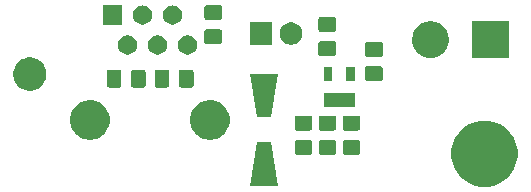
<source format=gbr>
G04 #@! TF.GenerationSoftware,KiCad,Pcbnew,(5.1.0)-1*
G04 #@! TF.CreationDate,2019-09-10T00:52:53+02:00*
G04 #@! TF.ProjectId,big_button_v1,6269675f-6275-4747-946f-6e5f76312e6b,rev?*
G04 #@! TF.SameCoordinates,Original*
G04 #@! TF.FileFunction,Soldermask,Bot*
G04 #@! TF.FilePolarity,Negative*
%FSLAX46Y46*%
G04 Gerber Fmt 4.6, Leading zero omitted, Abs format (unit mm)*
G04 Created by KiCad (PCBNEW (5.1.0)-1) date 2019-09-10 00:52:53*
%MOMM*%
%LPD*%
G04 APERTURE LIST*
%ADD10C,0.100000*%
G04 APERTURE END LIST*
D10*
G36*
X152567021Y-92056640D02*
G01*
X153076769Y-92267785D01*
X153076771Y-92267786D01*
X153535534Y-92574321D01*
X153925679Y-92964466D01*
X154232214Y-93423229D01*
X154232215Y-93423231D01*
X154443360Y-93932979D01*
X154551000Y-94474124D01*
X154551000Y-95025876D01*
X154443360Y-95567021D01*
X154232215Y-96076769D01*
X154232214Y-96076771D01*
X153925679Y-96535534D01*
X153535534Y-96925679D01*
X153076771Y-97232214D01*
X153076770Y-97232215D01*
X153076769Y-97232215D01*
X152567021Y-97443360D01*
X152025876Y-97551000D01*
X151474124Y-97551000D01*
X150932979Y-97443360D01*
X150423231Y-97232215D01*
X150423230Y-97232215D01*
X150423229Y-97232214D01*
X149964466Y-96925679D01*
X149574321Y-96535534D01*
X149267786Y-96076771D01*
X149267785Y-96076769D01*
X149056640Y-95567021D01*
X148949000Y-95025876D01*
X148949000Y-94474124D01*
X149056640Y-93932979D01*
X149267785Y-93423231D01*
X149267786Y-93423229D01*
X149574321Y-92964466D01*
X149964466Y-92574321D01*
X150423229Y-92267786D01*
X150423231Y-92267785D01*
X150932979Y-92056640D01*
X151474124Y-91949000D01*
X152025876Y-91949000D01*
X152567021Y-92056640D01*
X152567021Y-92056640D01*
G37*
G36*
X134306204Y-97461000D02*
G01*
X131885796Y-97461000D01*
X132502796Y-93759000D01*
X133689204Y-93759000D01*
X134306204Y-97461000D01*
X134306204Y-97461000D01*
G37*
G36*
X141068674Y-93586465D02*
G01*
X141106367Y-93597899D01*
X141141103Y-93616466D01*
X141171548Y-93641452D01*
X141196534Y-93671897D01*
X141215101Y-93706633D01*
X141226535Y-93744326D01*
X141231000Y-93789661D01*
X141231000Y-94626339D01*
X141226535Y-94671674D01*
X141215101Y-94709367D01*
X141196534Y-94744103D01*
X141171548Y-94774548D01*
X141141103Y-94799534D01*
X141106367Y-94818101D01*
X141068674Y-94829535D01*
X141023339Y-94834000D01*
X139936661Y-94834000D01*
X139891326Y-94829535D01*
X139853633Y-94818101D01*
X139818897Y-94799534D01*
X139788452Y-94774548D01*
X139763466Y-94744103D01*
X139744899Y-94709367D01*
X139733465Y-94671674D01*
X139729000Y-94626339D01*
X139729000Y-93789661D01*
X139733465Y-93744326D01*
X139744899Y-93706633D01*
X139763466Y-93671897D01*
X139788452Y-93641452D01*
X139818897Y-93616466D01*
X139853633Y-93597899D01*
X139891326Y-93586465D01*
X139936661Y-93582000D01*
X141023339Y-93582000D01*
X141068674Y-93586465D01*
X141068674Y-93586465D01*
G37*
G36*
X139036674Y-93586465D02*
G01*
X139074367Y-93597899D01*
X139109103Y-93616466D01*
X139139548Y-93641452D01*
X139164534Y-93671897D01*
X139183101Y-93706633D01*
X139194535Y-93744326D01*
X139199000Y-93789661D01*
X139199000Y-94626339D01*
X139194535Y-94671674D01*
X139183101Y-94709367D01*
X139164534Y-94744103D01*
X139139548Y-94774548D01*
X139109103Y-94799534D01*
X139074367Y-94818101D01*
X139036674Y-94829535D01*
X138991339Y-94834000D01*
X137904661Y-94834000D01*
X137859326Y-94829535D01*
X137821633Y-94818101D01*
X137786897Y-94799534D01*
X137756452Y-94774548D01*
X137731466Y-94744103D01*
X137712899Y-94709367D01*
X137701465Y-94671674D01*
X137697000Y-94626339D01*
X137697000Y-93789661D01*
X137701465Y-93744326D01*
X137712899Y-93706633D01*
X137731466Y-93671897D01*
X137756452Y-93641452D01*
X137786897Y-93616466D01*
X137821633Y-93597899D01*
X137859326Y-93586465D01*
X137904661Y-93582000D01*
X138991339Y-93582000D01*
X139036674Y-93586465D01*
X139036674Y-93586465D01*
G37*
G36*
X137004674Y-93586465D02*
G01*
X137042367Y-93597899D01*
X137077103Y-93616466D01*
X137107548Y-93641452D01*
X137132534Y-93671897D01*
X137151101Y-93706633D01*
X137162535Y-93744326D01*
X137167000Y-93789661D01*
X137167000Y-94626339D01*
X137162535Y-94671674D01*
X137151101Y-94709367D01*
X137132534Y-94744103D01*
X137107548Y-94774548D01*
X137077103Y-94799534D01*
X137042367Y-94818101D01*
X137004674Y-94829535D01*
X136959339Y-94834000D01*
X135872661Y-94834000D01*
X135827326Y-94829535D01*
X135789633Y-94818101D01*
X135754897Y-94799534D01*
X135724452Y-94774548D01*
X135699466Y-94744103D01*
X135680899Y-94709367D01*
X135669465Y-94671674D01*
X135665000Y-94626339D01*
X135665000Y-93789661D01*
X135669465Y-93744326D01*
X135680899Y-93706633D01*
X135699466Y-93671897D01*
X135724452Y-93641452D01*
X135754897Y-93616466D01*
X135789633Y-93597899D01*
X135827326Y-93586465D01*
X135872661Y-93582000D01*
X136959339Y-93582000D01*
X137004674Y-93586465D01*
X137004674Y-93586465D01*
G37*
G36*
X118828871Y-90278408D02*
G01*
X119133883Y-90404748D01*
X119408387Y-90588166D01*
X119641834Y-90821613D01*
X119825252Y-91096117D01*
X119951592Y-91401129D01*
X120016000Y-91724928D01*
X120016000Y-92055072D01*
X119951592Y-92378871D01*
X119825252Y-92683883D01*
X119641834Y-92958387D01*
X119408387Y-93191834D01*
X119133883Y-93375252D01*
X118828871Y-93501592D01*
X118666971Y-93533796D01*
X118505073Y-93566000D01*
X118174927Y-93566000D01*
X118013029Y-93533796D01*
X117851129Y-93501592D01*
X117546117Y-93375252D01*
X117271613Y-93191834D01*
X117038166Y-92958387D01*
X116854748Y-92683883D01*
X116728408Y-92378871D01*
X116664000Y-92055072D01*
X116664000Y-91724928D01*
X116728408Y-91401129D01*
X116854748Y-91096117D01*
X117038166Y-90821613D01*
X117271613Y-90588166D01*
X117546117Y-90404748D01*
X117851129Y-90278408D01*
X118013029Y-90246204D01*
X118174927Y-90214000D01*
X118505073Y-90214000D01*
X118828871Y-90278408D01*
X118828871Y-90278408D01*
G37*
G36*
X128988871Y-90278408D02*
G01*
X129293883Y-90404748D01*
X129568387Y-90588166D01*
X129801834Y-90821613D01*
X129985252Y-91096117D01*
X130111592Y-91401129D01*
X130176000Y-91724928D01*
X130176000Y-92055072D01*
X130111592Y-92378871D01*
X129985252Y-92683883D01*
X129801834Y-92958387D01*
X129568387Y-93191834D01*
X129293883Y-93375252D01*
X128988871Y-93501592D01*
X128826971Y-93533796D01*
X128665073Y-93566000D01*
X128334927Y-93566000D01*
X128173029Y-93533796D01*
X128011129Y-93501592D01*
X127706117Y-93375252D01*
X127431613Y-93191834D01*
X127198166Y-92958387D01*
X127014748Y-92683883D01*
X126888408Y-92378871D01*
X126824000Y-92055072D01*
X126824000Y-91724928D01*
X126888408Y-91401129D01*
X127014748Y-91096117D01*
X127198166Y-90821613D01*
X127431613Y-90588166D01*
X127706117Y-90404748D01*
X128011129Y-90278408D01*
X128173029Y-90246204D01*
X128334927Y-90214000D01*
X128665073Y-90214000D01*
X128988871Y-90278408D01*
X128988871Y-90278408D01*
G37*
G36*
X137004674Y-91536465D02*
G01*
X137042367Y-91547899D01*
X137077103Y-91566466D01*
X137107548Y-91591452D01*
X137132534Y-91621897D01*
X137151101Y-91656633D01*
X137162535Y-91694326D01*
X137167000Y-91739661D01*
X137167000Y-92576339D01*
X137162535Y-92621674D01*
X137151101Y-92659367D01*
X137132534Y-92694103D01*
X137107548Y-92724548D01*
X137077103Y-92749534D01*
X137042367Y-92768101D01*
X137004674Y-92779535D01*
X136959339Y-92784000D01*
X135872661Y-92784000D01*
X135827326Y-92779535D01*
X135789633Y-92768101D01*
X135754897Y-92749534D01*
X135724452Y-92724548D01*
X135699466Y-92694103D01*
X135680899Y-92659367D01*
X135669465Y-92621674D01*
X135665000Y-92576339D01*
X135665000Y-91739661D01*
X135669465Y-91694326D01*
X135680899Y-91656633D01*
X135699466Y-91621897D01*
X135724452Y-91591452D01*
X135754897Y-91566466D01*
X135789633Y-91547899D01*
X135827326Y-91536465D01*
X135872661Y-91532000D01*
X136959339Y-91532000D01*
X137004674Y-91536465D01*
X137004674Y-91536465D01*
G37*
G36*
X141068674Y-91536465D02*
G01*
X141106367Y-91547899D01*
X141141103Y-91566466D01*
X141171548Y-91591452D01*
X141196534Y-91621897D01*
X141215101Y-91656633D01*
X141226535Y-91694326D01*
X141231000Y-91739661D01*
X141231000Y-92576339D01*
X141226535Y-92621674D01*
X141215101Y-92659367D01*
X141196534Y-92694103D01*
X141171548Y-92724548D01*
X141141103Y-92749534D01*
X141106367Y-92768101D01*
X141068674Y-92779535D01*
X141023339Y-92784000D01*
X139936661Y-92784000D01*
X139891326Y-92779535D01*
X139853633Y-92768101D01*
X139818897Y-92749534D01*
X139788452Y-92724548D01*
X139763466Y-92694103D01*
X139744899Y-92659367D01*
X139733465Y-92621674D01*
X139729000Y-92576339D01*
X139729000Y-91739661D01*
X139733465Y-91694326D01*
X139744899Y-91656633D01*
X139763466Y-91621897D01*
X139788452Y-91591452D01*
X139818897Y-91566466D01*
X139853633Y-91547899D01*
X139891326Y-91536465D01*
X139936661Y-91532000D01*
X141023339Y-91532000D01*
X141068674Y-91536465D01*
X141068674Y-91536465D01*
G37*
G36*
X139036674Y-91536465D02*
G01*
X139074367Y-91547899D01*
X139109103Y-91566466D01*
X139139548Y-91591452D01*
X139164534Y-91621897D01*
X139183101Y-91656633D01*
X139194535Y-91694326D01*
X139199000Y-91739661D01*
X139199000Y-92576339D01*
X139194535Y-92621674D01*
X139183101Y-92659367D01*
X139164534Y-92694103D01*
X139139548Y-92724548D01*
X139109103Y-92749534D01*
X139074367Y-92768101D01*
X139036674Y-92779535D01*
X138991339Y-92784000D01*
X137904661Y-92784000D01*
X137859326Y-92779535D01*
X137821633Y-92768101D01*
X137786897Y-92749534D01*
X137756452Y-92724548D01*
X137731466Y-92694103D01*
X137712899Y-92659367D01*
X137701465Y-92621674D01*
X137697000Y-92576339D01*
X137697000Y-91739661D01*
X137701465Y-91694326D01*
X137712899Y-91656633D01*
X137731466Y-91621897D01*
X137756452Y-91591452D01*
X137786897Y-91566466D01*
X137821633Y-91547899D01*
X137859326Y-91536465D01*
X137904661Y-91532000D01*
X138991339Y-91532000D01*
X139036674Y-91536465D01*
X139036674Y-91536465D01*
G37*
G36*
X133689204Y-91661000D02*
G01*
X132502796Y-91661000D01*
X131885796Y-87959000D01*
X134306204Y-87959000D01*
X133689204Y-91661000D01*
X133689204Y-91661000D01*
G37*
G36*
X140772000Y-90791000D02*
G01*
X138120000Y-90791000D01*
X138120000Y-89629000D01*
X140772000Y-89629000D01*
X140772000Y-90791000D01*
X140772000Y-90791000D01*
G37*
G36*
X113568433Y-86634893D02*
G01*
X113658657Y-86652839D01*
X113764267Y-86696585D01*
X113913621Y-86758449D01*
X113913622Y-86758450D01*
X114143086Y-86911772D01*
X114338228Y-87106914D01*
X114440675Y-87260237D01*
X114491551Y-87336379D01*
X114543569Y-87461962D01*
X114597161Y-87591343D01*
X114610201Y-87656899D01*
X114650615Y-87860075D01*
X114651000Y-87862014D01*
X114651000Y-88137986D01*
X114604070Y-88373925D01*
X114597161Y-88408656D01*
X114491551Y-88663621D01*
X114491550Y-88663622D01*
X114338228Y-88893086D01*
X114143086Y-89088228D01*
X114061113Y-89143000D01*
X113913621Y-89241551D01*
X113764267Y-89303415D01*
X113658657Y-89347161D01*
X113568433Y-89365107D01*
X113387988Y-89401000D01*
X113112012Y-89401000D01*
X112931567Y-89365107D01*
X112841343Y-89347161D01*
X112735733Y-89303415D01*
X112586379Y-89241551D01*
X112438887Y-89143000D01*
X112356914Y-89088228D01*
X112161772Y-88893086D01*
X112008450Y-88663622D01*
X112008449Y-88663621D01*
X111902839Y-88408656D01*
X111895931Y-88373925D01*
X111849000Y-88137986D01*
X111849000Y-87862014D01*
X111849386Y-87860075D01*
X111889799Y-87656899D01*
X111902839Y-87591343D01*
X111956431Y-87461962D01*
X112008449Y-87336379D01*
X112059325Y-87260237D01*
X112161772Y-87106914D01*
X112356914Y-86911772D01*
X112586378Y-86758450D01*
X112586379Y-86758449D01*
X112735733Y-86696585D01*
X112841343Y-86652839D01*
X112931567Y-86634893D01*
X113112012Y-86599000D01*
X113387988Y-86599000D01*
X113568433Y-86634893D01*
X113568433Y-86634893D01*
G37*
G36*
X126955674Y-87645465D02*
G01*
X126993367Y-87656899D01*
X127028103Y-87675466D01*
X127058548Y-87700452D01*
X127083534Y-87730897D01*
X127102101Y-87765633D01*
X127113535Y-87803326D01*
X127118000Y-87848661D01*
X127118000Y-88935339D01*
X127113535Y-88980674D01*
X127102101Y-89018367D01*
X127083534Y-89053103D01*
X127058548Y-89083548D01*
X127028103Y-89108534D01*
X126993367Y-89127101D01*
X126955674Y-89138535D01*
X126910339Y-89143000D01*
X126073661Y-89143000D01*
X126028326Y-89138535D01*
X125990633Y-89127101D01*
X125955897Y-89108534D01*
X125925452Y-89083548D01*
X125900466Y-89053103D01*
X125881899Y-89018367D01*
X125870465Y-88980674D01*
X125866000Y-88935339D01*
X125866000Y-87848661D01*
X125870465Y-87803326D01*
X125881899Y-87765633D01*
X125900466Y-87730897D01*
X125925452Y-87700452D01*
X125955897Y-87675466D01*
X125990633Y-87656899D01*
X126028326Y-87645465D01*
X126073661Y-87641000D01*
X126910339Y-87641000D01*
X126955674Y-87645465D01*
X126955674Y-87645465D01*
G37*
G36*
X124905674Y-87645465D02*
G01*
X124943367Y-87656899D01*
X124978103Y-87675466D01*
X125008548Y-87700452D01*
X125033534Y-87730897D01*
X125052101Y-87765633D01*
X125063535Y-87803326D01*
X125068000Y-87848661D01*
X125068000Y-88935339D01*
X125063535Y-88980674D01*
X125052101Y-89018367D01*
X125033534Y-89053103D01*
X125008548Y-89083548D01*
X124978103Y-89108534D01*
X124943367Y-89127101D01*
X124905674Y-89138535D01*
X124860339Y-89143000D01*
X124023661Y-89143000D01*
X123978326Y-89138535D01*
X123940633Y-89127101D01*
X123905897Y-89108534D01*
X123875452Y-89083548D01*
X123850466Y-89053103D01*
X123831899Y-89018367D01*
X123820465Y-88980674D01*
X123816000Y-88935339D01*
X123816000Y-87848661D01*
X123820465Y-87803326D01*
X123831899Y-87765633D01*
X123850466Y-87730897D01*
X123875452Y-87700452D01*
X123905897Y-87675466D01*
X123940633Y-87656899D01*
X123978326Y-87645465D01*
X124023661Y-87641000D01*
X124860339Y-87641000D01*
X124905674Y-87645465D01*
X124905674Y-87645465D01*
G37*
G36*
X122900674Y-87645465D02*
G01*
X122938367Y-87656899D01*
X122973103Y-87675466D01*
X123003548Y-87700452D01*
X123028534Y-87730897D01*
X123047101Y-87765633D01*
X123058535Y-87803326D01*
X123063000Y-87848661D01*
X123063000Y-88935339D01*
X123058535Y-88980674D01*
X123047101Y-89018367D01*
X123028534Y-89053103D01*
X123003548Y-89083548D01*
X122973103Y-89108534D01*
X122938367Y-89127101D01*
X122900674Y-89138535D01*
X122855339Y-89143000D01*
X122018661Y-89143000D01*
X121973326Y-89138535D01*
X121935633Y-89127101D01*
X121900897Y-89108534D01*
X121870452Y-89083548D01*
X121845466Y-89053103D01*
X121826899Y-89018367D01*
X121815465Y-88980674D01*
X121811000Y-88935339D01*
X121811000Y-87848661D01*
X121815465Y-87803326D01*
X121826899Y-87765633D01*
X121845466Y-87730897D01*
X121870452Y-87700452D01*
X121900897Y-87675466D01*
X121935633Y-87656899D01*
X121973326Y-87645465D01*
X122018661Y-87641000D01*
X122855339Y-87641000D01*
X122900674Y-87645465D01*
X122900674Y-87645465D01*
G37*
G36*
X120850674Y-87645465D02*
G01*
X120888367Y-87656899D01*
X120923103Y-87675466D01*
X120953548Y-87700452D01*
X120978534Y-87730897D01*
X120997101Y-87765633D01*
X121008535Y-87803326D01*
X121013000Y-87848661D01*
X121013000Y-88935339D01*
X121008535Y-88980674D01*
X120997101Y-89018367D01*
X120978534Y-89053103D01*
X120953548Y-89083548D01*
X120923103Y-89108534D01*
X120888367Y-89127101D01*
X120850674Y-89138535D01*
X120805339Y-89143000D01*
X119968661Y-89143000D01*
X119923326Y-89138535D01*
X119885633Y-89127101D01*
X119850897Y-89108534D01*
X119820452Y-89083548D01*
X119795466Y-89053103D01*
X119776899Y-89018367D01*
X119765465Y-88980674D01*
X119761000Y-88935339D01*
X119761000Y-87848661D01*
X119765465Y-87803326D01*
X119776899Y-87765633D01*
X119795466Y-87730897D01*
X119820452Y-87700452D01*
X119850897Y-87675466D01*
X119885633Y-87656899D01*
X119923326Y-87645465D01*
X119968661Y-87641000D01*
X120805339Y-87641000D01*
X120850674Y-87645465D01*
X120850674Y-87645465D01*
G37*
G36*
X142973674Y-87345465D02*
G01*
X143011367Y-87356899D01*
X143046103Y-87375466D01*
X143076548Y-87400452D01*
X143101534Y-87430897D01*
X143120101Y-87465633D01*
X143131535Y-87503326D01*
X143136000Y-87548661D01*
X143136000Y-88385339D01*
X143131535Y-88430674D01*
X143120101Y-88468367D01*
X143101534Y-88503103D01*
X143076548Y-88533548D01*
X143046103Y-88558534D01*
X143011367Y-88577101D01*
X142973674Y-88588535D01*
X142928339Y-88593000D01*
X141841661Y-88593000D01*
X141796326Y-88588535D01*
X141758633Y-88577101D01*
X141723897Y-88558534D01*
X141693452Y-88533548D01*
X141668466Y-88503103D01*
X141649899Y-88468367D01*
X141638465Y-88430674D01*
X141634000Y-88385339D01*
X141634000Y-87548661D01*
X141638465Y-87503326D01*
X141649899Y-87465633D01*
X141668466Y-87430897D01*
X141693452Y-87400452D01*
X141723897Y-87375466D01*
X141758633Y-87356899D01*
X141796326Y-87345465D01*
X141841661Y-87341000D01*
X142928339Y-87341000D01*
X142973674Y-87345465D01*
X142973674Y-87345465D01*
G37*
G36*
X140772000Y-88591000D02*
G01*
X140020000Y-88591000D01*
X140020000Y-87429000D01*
X140772000Y-87429000D01*
X140772000Y-88591000D01*
X140772000Y-88591000D01*
G37*
G36*
X138872000Y-88591000D02*
G01*
X138120000Y-88591000D01*
X138120000Y-87429000D01*
X138872000Y-87429000D01*
X138872000Y-88591000D01*
X138872000Y-88591000D01*
G37*
G36*
X153801000Y-86641000D02*
G01*
X150699000Y-86641000D01*
X150699000Y-83539000D01*
X153801000Y-83539000D01*
X153801000Y-86641000D01*
X153801000Y-86641000D01*
G37*
G36*
X147472585Y-83568802D02*
G01*
X147622410Y-83598604D01*
X147904674Y-83715521D01*
X148158705Y-83885259D01*
X148374741Y-84101295D01*
X148544479Y-84355326D01*
X148661396Y-84637590D01*
X148685778Y-84760166D01*
X148721000Y-84937239D01*
X148721000Y-85242761D01*
X148706452Y-85315897D01*
X148661396Y-85542410D01*
X148544479Y-85824674D01*
X148374741Y-86078705D01*
X148158705Y-86294741D01*
X147904674Y-86464479D01*
X147622410Y-86581396D01*
X147472585Y-86611198D01*
X147322761Y-86641000D01*
X147017239Y-86641000D01*
X146867415Y-86611198D01*
X146717590Y-86581396D01*
X146435326Y-86464479D01*
X146181295Y-86294741D01*
X145965259Y-86078705D01*
X145795521Y-85824674D01*
X145678604Y-85542410D01*
X145633548Y-85315897D01*
X145619000Y-85242761D01*
X145619000Y-84937239D01*
X145654222Y-84760166D01*
X145678604Y-84637590D01*
X145795521Y-84355326D01*
X145965259Y-84101295D01*
X146181295Y-83885259D01*
X146435326Y-83715521D01*
X146717590Y-83598604D01*
X146867415Y-83568802D01*
X147017239Y-83539000D01*
X147322761Y-83539000D01*
X147472585Y-83568802D01*
X147472585Y-83568802D01*
G37*
G36*
X142973674Y-85295465D02*
G01*
X143011367Y-85306899D01*
X143046103Y-85325466D01*
X143076548Y-85350452D01*
X143101534Y-85380897D01*
X143120101Y-85415633D01*
X143131535Y-85453326D01*
X143136000Y-85498661D01*
X143136000Y-86335339D01*
X143131535Y-86380674D01*
X143120101Y-86418367D01*
X143101534Y-86453103D01*
X143076548Y-86483548D01*
X143046103Y-86508534D01*
X143011367Y-86527101D01*
X142973674Y-86538535D01*
X142928339Y-86543000D01*
X141841661Y-86543000D01*
X141796326Y-86538535D01*
X141758633Y-86527101D01*
X141723897Y-86508534D01*
X141693452Y-86483548D01*
X141668466Y-86453103D01*
X141649899Y-86418367D01*
X141638465Y-86380674D01*
X141634000Y-86335339D01*
X141634000Y-85498661D01*
X141638465Y-85453326D01*
X141649899Y-85415633D01*
X141668466Y-85380897D01*
X141693452Y-85350452D01*
X141723897Y-85325466D01*
X141758633Y-85306899D01*
X141796326Y-85295465D01*
X141841661Y-85291000D01*
X142928339Y-85291000D01*
X142973674Y-85295465D01*
X142973674Y-85295465D01*
G37*
G36*
X139018674Y-85230465D02*
G01*
X139056367Y-85241899D01*
X139091103Y-85260466D01*
X139121548Y-85285452D01*
X139146534Y-85315897D01*
X139165101Y-85350633D01*
X139176535Y-85388326D01*
X139181000Y-85433661D01*
X139181000Y-86270339D01*
X139176535Y-86315674D01*
X139165101Y-86353367D01*
X139146534Y-86388103D01*
X139121548Y-86418548D01*
X139091103Y-86443534D01*
X139056367Y-86462101D01*
X139018674Y-86473535D01*
X138973339Y-86478000D01*
X137886661Y-86478000D01*
X137841326Y-86473535D01*
X137803633Y-86462101D01*
X137768897Y-86443534D01*
X137738452Y-86418548D01*
X137713466Y-86388103D01*
X137694899Y-86353367D01*
X137683465Y-86315674D01*
X137679000Y-86270339D01*
X137679000Y-85433661D01*
X137683465Y-85388326D01*
X137694899Y-85350633D01*
X137713466Y-85315897D01*
X137738452Y-85285452D01*
X137768897Y-85260466D01*
X137803633Y-85241899D01*
X137841326Y-85230465D01*
X137886661Y-85226000D01*
X138973339Y-85226000D01*
X139018674Y-85230465D01*
X139018674Y-85230465D01*
G37*
G36*
X126836560Y-84760166D02*
G01*
X126984153Y-84821301D01*
X127041164Y-84859395D01*
X127116982Y-84910055D01*
X127229945Y-85023018D01*
X127318700Y-85155849D01*
X127379834Y-85303440D01*
X127405737Y-85433661D01*
X127411000Y-85460123D01*
X127411000Y-85619877D01*
X127379834Y-85776560D01*
X127318699Y-85924153D01*
X127229945Y-86056982D01*
X127116982Y-86169945D01*
X126984153Y-86258699D01*
X126984152Y-86258700D01*
X126984151Y-86258700D01*
X126836560Y-86319834D01*
X126679878Y-86351000D01*
X126520122Y-86351000D01*
X126363440Y-86319834D01*
X126215849Y-86258700D01*
X126215848Y-86258700D01*
X126215847Y-86258699D01*
X126083018Y-86169945D01*
X125970055Y-86056982D01*
X125881301Y-85924153D01*
X125820166Y-85776560D01*
X125789000Y-85619877D01*
X125789000Y-85460123D01*
X125794264Y-85433661D01*
X125820166Y-85303440D01*
X125881300Y-85155849D01*
X125970055Y-85023018D01*
X126083018Y-84910055D01*
X126158836Y-84859395D01*
X126215847Y-84821301D01*
X126363440Y-84760166D01*
X126520122Y-84729000D01*
X126679878Y-84729000D01*
X126836560Y-84760166D01*
X126836560Y-84760166D01*
G37*
G36*
X124296560Y-84760166D02*
G01*
X124444153Y-84821301D01*
X124501164Y-84859395D01*
X124576982Y-84910055D01*
X124689945Y-85023018D01*
X124778700Y-85155849D01*
X124839834Y-85303440D01*
X124865737Y-85433661D01*
X124871000Y-85460123D01*
X124871000Y-85619877D01*
X124839834Y-85776560D01*
X124778699Y-85924153D01*
X124689945Y-86056982D01*
X124576982Y-86169945D01*
X124444153Y-86258699D01*
X124444152Y-86258700D01*
X124444151Y-86258700D01*
X124296560Y-86319834D01*
X124139878Y-86351000D01*
X123980122Y-86351000D01*
X123823440Y-86319834D01*
X123675849Y-86258700D01*
X123675848Y-86258700D01*
X123675847Y-86258699D01*
X123543018Y-86169945D01*
X123430055Y-86056982D01*
X123341301Y-85924153D01*
X123280166Y-85776560D01*
X123249000Y-85619877D01*
X123249000Y-85460123D01*
X123254264Y-85433661D01*
X123280166Y-85303440D01*
X123341300Y-85155849D01*
X123430055Y-85023018D01*
X123543018Y-84910055D01*
X123618836Y-84859395D01*
X123675847Y-84821301D01*
X123823440Y-84760166D01*
X123980122Y-84729000D01*
X124139878Y-84729000D01*
X124296560Y-84760166D01*
X124296560Y-84760166D01*
G37*
G36*
X121756560Y-84760166D02*
G01*
X121904153Y-84821301D01*
X121961164Y-84859395D01*
X122036982Y-84910055D01*
X122149945Y-85023018D01*
X122238700Y-85155849D01*
X122299834Y-85303440D01*
X122325737Y-85433661D01*
X122331000Y-85460123D01*
X122331000Y-85619877D01*
X122299834Y-85776560D01*
X122238699Y-85924153D01*
X122149945Y-86056982D01*
X122036982Y-86169945D01*
X121904153Y-86258699D01*
X121904152Y-86258700D01*
X121904151Y-86258700D01*
X121756560Y-86319834D01*
X121599878Y-86351000D01*
X121440122Y-86351000D01*
X121283440Y-86319834D01*
X121135849Y-86258700D01*
X121135848Y-86258700D01*
X121135847Y-86258699D01*
X121003018Y-86169945D01*
X120890055Y-86056982D01*
X120801301Y-85924153D01*
X120740166Y-85776560D01*
X120709000Y-85619877D01*
X120709000Y-85460123D01*
X120714264Y-85433661D01*
X120740166Y-85303440D01*
X120801300Y-85155849D01*
X120890055Y-85023018D01*
X121003018Y-84910055D01*
X121078836Y-84859395D01*
X121135847Y-84821301D01*
X121283440Y-84760166D01*
X121440122Y-84729000D01*
X121599878Y-84729000D01*
X121756560Y-84760166D01*
X121756560Y-84760166D01*
G37*
G36*
X135659395Y-83667546D02*
G01*
X135832466Y-83739234D01*
X135832467Y-83739235D01*
X135988227Y-83843310D01*
X136120690Y-83975773D01*
X136120691Y-83975775D01*
X136224766Y-84131534D01*
X136296454Y-84304605D01*
X136333000Y-84488333D01*
X136333000Y-84675667D01*
X136296454Y-84859395D01*
X136224766Y-85032466D01*
X136224765Y-85032467D01*
X136120690Y-85188227D01*
X135988227Y-85320690D01*
X135981079Y-85325466D01*
X135832466Y-85424766D01*
X135659395Y-85496454D01*
X135475667Y-85533000D01*
X135288333Y-85533000D01*
X135104605Y-85496454D01*
X134931534Y-85424766D01*
X134782921Y-85325466D01*
X134775773Y-85320690D01*
X134643310Y-85188227D01*
X134539235Y-85032467D01*
X134539234Y-85032466D01*
X134467546Y-84859395D01*
X134431000Y-84675667D01*
X134431000Y-84488333D01*
X134467546Y-84304605D01*
X134539234Y-84131534D01*
X134643309Y-83975775D01*
X134643310Y-83975773D01*
X134775773Y-83843310D01*
X134931533Y-83739235D01*
X134931534Y-83739234D01*
X135104605Y-83667546D01*
X135288333Y-83631000D01*
X135475667Y-83631000D01*
X135659395Y-83667546D01*
X135659395Y-83667546D01*
G37*
G36*
X133793000Y-85533000D02*
G01*
X131891000Y-85533000D01*
X131891000Y-83631000D01*
X133793000Y-83631000D01*
X133793000Y-85533000D01*
X133793000Y-85533000D01*
G37*
G36*
X129366674Y-84223465D02*
G01*
X129404367Y-84234899D01*
X129439103Y-84253466D01*
X129469548Y-84278452D01*
X129494534Y-84308897D01*
X129513101Y-84343633D01*
X129524535Y-84381326D01*
X129529000Y-84426661D01*
X129529000Y-85263339D01*
X129524535Y-85308674D01*
X129513101Y-85346367D01*
X129494534Y-85381103D01*
X129469548Y-85411548D01*
X129439103Y-85436534D01*
X129404367Y-85455101D01*
X129366674Y-85466535D01*
X129321339Y-85471000D01*
X128234661Y-85471000D01*
X128189326Y-85466535D01*
X128151633Y-85455101D01*
X128116897Y-85436534D01*
X128086452Y-85411548D01*
X128061466Y-85381103D01*
X128042899Y-85346367D01*
X128031465Y-85308674D01*
X128027000Y-85263339D01*
X128027000Y-84426661D01*
X128031465Y-84381326D01*
X128042899Y-84343633D01*
X128061466Y-84308897D01*
X128086452Y-84278452D01*
X128116897Y-84253466D01*
X128151633Y-84234899D01*
X128189326Y-84223465D01*
X128234661Y-84219000D01*
X129321339Y-84219000D01*
X129366674Y-84223465D01*
X129366674Y-84223465D01*
G37*
G36*
X139018674Y-83180465D02*
G01*
X139056367Y-83191899D01*
X139091103Y-83210466D01*
X139121548Y-83235452D01*
X139146534Y-83265897D01*
X139165101Y-83300633D01*
X139176535Y-83338326D01*
X139181000Y-83383661D01*
X139181000Y-84220339D01*
X139176535Y-84265674D01*
X139165101Y-84303367D01*
X139146534Y-84338103D01*
X139121548Y-84368548D01*
X139091103Y-84393534D01*
X139056367Y-84412101D01*
X139018674Y-84423535D01*
X138973339Y-84428000D01*
X137886661Y-84428000D01*
X137841326Y-84423535D01*
X137803633Y-84412101D01*
X137768897Y-84393534D01*
X137738452Y-84368548D01*
X137713466Y-84338103D01*
X137694899Y-84303367D01*
X137683465Y-84265674D01*
X137679000Y-84220339D01*
X137679000Y-83383661D01*
X137683465Y-83338326D01*
X137694899Y-83300633D01*
X137713466Y-83265897D01*
X137738452Y-83235452D01*
X137768897Y-83210466D01*
X137803633Y-83191899D01*
X137841326Y-83180465D01*
X137886661Y-83176000D01*
X138973339Y-83176000D01*
X139018674Y-83180465D01*
X139018674Y-83180465D01*
G37*
G36*
X121061000Y-83811000D02*
G01*
X119439000Y-83811000D01*
X119439000Y-82189000D01*
X121061000Y-82189000D01*
X121061000Y-83811000D01*
X121061000Y-83811000D01*
G37*
G36*
X125482603Y-82203466D02*
G01*
X125566560Y-82220166D01*
X125714153Y-82281301D01*
X125727115Y-82289962D01*
X125846982Y-82370055D01*
X125959945Y-82483018D01*
X126048700Y-82615849D01*
X126109834Y-82763440D01*
X126141000Y-82920122D01*
X126141000Y-83079878D01*
X126109834Y-83236560D01*
X126101899Y-83255718D01*
X126048699Y-83384153D01*
X125959945Y-83516982D01*
X125846982Y-83629945D01*
X125714153Y-83718699D01*
X125714152Y-83718700D01*
X125714151Y-83718700D01*
X125566560Y-83779834D01*
X125409878Y-83811000D01*
X125250122Y-83811000D01*
X125093440Y-83779834D01*
X124945849Y-83718700D01*
X124945848Y-83718700D01*
X124945847Y-83718699D01*
X124813018Y-83629945D01*
X124700055Y-83516982D01*
X124611301Y-83384153D01*
X124558102Y-83255718D01*
X124550166Y-83236560D01*
X124519000Y-83079878D01*
X124519000Y-82920122D01*
X124550166Y-82763440D01*
X124611300Y-82615849D01*
X124700055Y-82483018D01*
X124813018Y-82370055D01*
X124932885Y-82289962D01*
X124945847Y-82281301D01*
X125093440Y-82220166D01*
X125177397Y-82203466D01*
X125250122Y-82189000D01*
X125409878Y-82189000D01*
X125482603Y-82203466D01*
X125482603Y-82203466D01*
G37*
G36*
X122942603Y-82203466D02*
G01*
X123026560Y-82220166D01*
X123174153Y-82281301D01*
X123187115Y-82289962D01*
X123306982Y-82370055D01*
X123419945Y-82483018D01*
X123508700Y-82615849D01*
X123569834Y-82763440D01*
X123601000Y-82920122D01*
X123601000Y-83079878D01*
X123569834Y-83236560D01*
X123561899Y-83255718D01*
X123508699Y-83384153D01*
X123419945Y-83516982D01*
X123306982Y-83629945D01*
X123174153Y-83718699D01*
X123174152Y-83718700D01*
X123174151Y-83718700D01*
X123026560Y-83779834D01*
X122869878Y-83811000D01*
X122710122Y-83811000D01*
X122553440Y-83779834D01*
X122405849Y-83718700D01*
X122405848Y-83718700D01*
X122405847Y-83718699D01*
X122273018Y-83629945D01*
X122160055Y-83516982D01*
X122071301Y-83384153D01*
X122018102Y-83255718D01*
X122010166Y-83236560D01*
X121979000Y-83079878D01*
X121979000Y-82920122D01*
X122010166Y-82763440D01*
X122071300Y-82615849D01*
X122160055Y-82483018D01*
X122273018Y-82370055D01*
X122392885Y-82289962D01*
X122405847Y-82281301D01*
X122553440Y-82220166D01*
X122637397Y-82203466D01*
X122710122Y-82189000D01*
X122869878Y-82189000D01*
X122942603Y-82203466D01*
X122942603Y-82203466D01*
G37*
G36*
X129366674Y-82173465D02*
G01*
X129404367Y-82184899D01*
X129439103Y-82203466D01*
X129469548Y-82228452D01*
X129494534Y-82258897D01*
X129513101Y-82293633D01*
X129524535Y-82331326D01*
X129529000Y-82376661D01*
X129529000Y-83213339D01*
X129524535Y-83258674D01*
X129513101Y-83296367D01*
X129494534Y-83331103D01*
X129469548Y-83361548D01*
X129439103Y-83386534D01*
X129404367Y-83405101D01*
X129366674Y-83416535D01*
X129321339Y-83421000D01*
X128234661Y-83421000D01*
X128189326Y-83416535D01*
X128151633Y-83405101D01*
X128116897Y-83386534D01*
X128086452Y-83361548D01*
X128061466Y-83331103D01*
X128042899Y-83296367D01*
X128031465Y-83258674D01*
X128027000Y-83213339D01*
X128027000Y-82376661D01*
X128031465Y-82331326D01*
X128042899Y-82293633D01*
X128061466Y-82258897D01*
X128086452Y-82228452D01*
X128116897Y-82203466D01*
X128151633Y-82184899D01*
X128189326Y-82173465D01*
X128234661Y-82169000D01*
X129321339Y-82169000D01*
X129366674Y-82173465D01*
X129366674Y-82173465D01*
G37*
M02*

</source>
